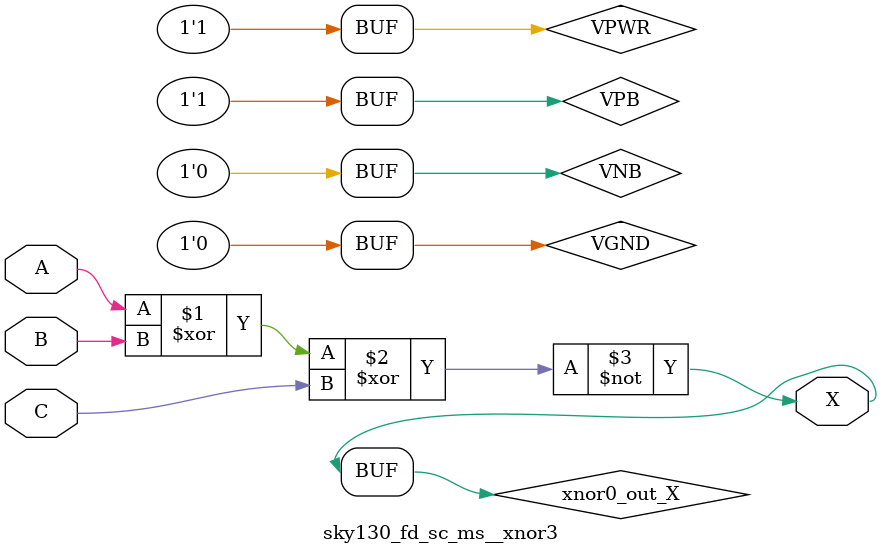
<source format=v>
/*
 * Copyright 2020 The SkyWater PDK Authors
 *
 * Licensed under the Apache License, Version 2.0 (the "License");
 * you may not use this file except in compliance with the License.
 * You may obtain a copy of the License at
 *
 *     https://www.apache.org/licenses/LICENSE-2.0
 *
 * Unless required by applicable law or agreed to in writing, software
 * distributed under the License is distributed on an "AS IS" BASIS,
 * WITHOUT WARRANTIES OR CONDITIONS OF ANY KIND, either express or implied.
 * See the License for the specific language governing permissions and
 * limitations under the License.
 *
 * SPDX-License-Identifier: Apache-2.0
*/


`ifndef SKY130_FD_SC_MS__XNOR3_BEHAVIORAL_V
`define SKY130_FD_SC_MS__XNOR3_BEHAVIORAL_V

/**
 * xnor3: 3-input exclusive NOR.
 *
 * Verilog simulation functional model.
 */

`timescale 1ns / 1ps
`default_nettype none

`celldefine
module sky130_fd_sc_ms__xnor3 (
    X,
    A,
    B,
    C
);

    // Module ports
    output X;
    input  A;
    input  B;
    input  C;

    // Module supplies
    supply1 VPWR;
    supply0 VGND;
    supply1 VPB ;
    supply0 VNB ;

    // Local signals
    wire xnor0_out_X;

    //   Name   Output       Other arguments
    xnor xnor0 (xnor0_out_X, A, B, C        );
    buf  buf0  (X          , xnor0_out_X    );

endmodule
`endcelldefine

`default_nettype wire
`endif  // SKY130_FD_SC_MS__XNOR3_BEHAVIORAL_V
</source>
